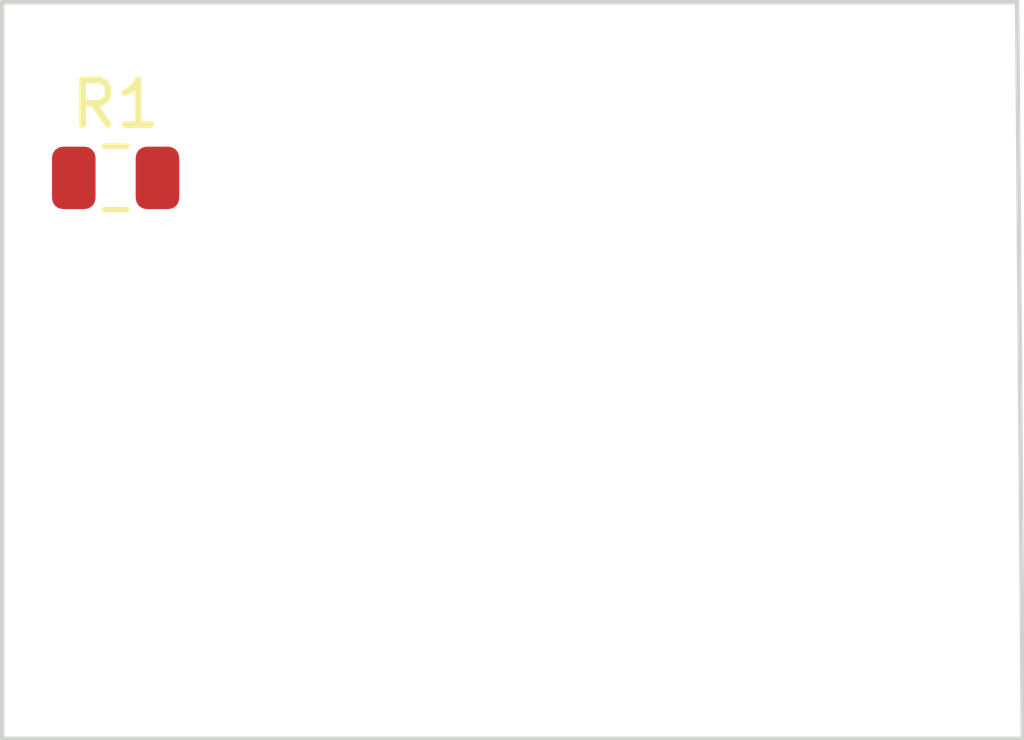
<source format=kicad_pcb>
(kicad_pcb (version 20171130) (host pcbnew 5.1.6+dfsg1-1)

  (general
    (thickness 1.6)
    (drawings 4)
    (tracks 0)
    (zones 0)
    (modules 20)
    (nets 41)
  )

  (page A4)
  (title_block
    (comment 2 The_C2)
  )

  (layers
    (0 F.Cu signal)
    (31 B.Cu signal)
    (32 B.Adhes user)
    (33 F.Adhes user)
    (34 B.Paste user)
    (35 F.Paste user)
    (36 B.SilkS user)
    (37 F.SilkS user)
    (38 B.Mask user)
    (39 F.Mask user)
    (40 Dwgs.User user)
    (41 Cmts.User user)
    (42 Eco1.User user)
    (43 Eco2.User user)
    (44 Edge.Cuts user)
    (45 Margin user)
    (46 B.CrtYd user)
    (47 F.CrtYd user)
    (48 B.Fab user)
    (49 F.Fab user)
  )

  (setup
    (last_trace_width 0.25)
    (trace_clearance 0.2)
    (zone_clearance 0.508)
    (zone_45_only no)
    (trace_min 0.2)
    (via_size 0.8)
    (via_drill 0.4)
    (via_min_size 0.4)
    (via_min_drill 0.3)
    (uvia_size 0.3)
    (uvia_drill 0.1)
    (uvias_allowed no)
    (uvia_min_size 0.2)
    (uvia_min_drill 0.1)
    (edge_width 0.1)
    (segment_width 0.2)
    (pcb_text_width 0.3)
    (pcb_text_size 1.5 1.5)
    (mod_edge_width 0.15)
    (mod_text_size 1 1)
    (mod_text_width 0.15)
    (pad_size 1.524 1.524)
    (pad_drill 0.762)
    (pad_to_mask_clearance 0)
    (aux_axis_origin 0 0)
    (visible_elements FFFFFF7F)
    (pcbplotparams
      (layerselection 0x010fc_ffffffff)
      (usegerberextensions false)
      (usegerberattributes true)
      (usegerberadvancedattributes true)
      (creategerberjobfile true)
      (excludeedgelayer true)
      (linewidth 0.100000)
      (plotframeref false)
      (viasonmask false)
      (mode 1)
      (useauxorigin false)
      (hpglpennumber 1)
      (hpglpenspeed 20)
      (hpglpendiameter 15.000000)
      (psnegative false)
      (psa4output false)
      (plotreference true)
      (plotvalue true)
      (plotinvisibletext false)
      (padsonsilk false)
      (subtractmaskfromsilk false)
      (outputformat 1)
      (mirror false)
      (drillshape 1)
      (scaleselection 1)
      (outputdirectory ""))
  )

  (net 0 "")
  (net 1 "Net-(R1-Pad2)")
  (net 2 "Net-(R1-Pad1)")
  (net 3 "Net-(R2-Pad2)")
  (net 4 "Net-(R2-Pad1)")
  (net 5 "Net-(R3-Pad2)")
  (net 6 "Net-(R3-Pad1)")
  (net 7 "Net-(R4-Pad2)")
  (net 8 "Net-(R4-Pad1)")
  (net 9 "Net-(R5-Pad2)")
  (net 10 "Net-(R5-Pad1)")
  (net 11 "Net-(R6-Pad2)")
  (net 12 "Net-(R6-Pad1)")
  (net 13 "Net-(R7-Pad2)")
  (net 14 "Net-(R7-Pad1)")
  (net 15 "Net-(R8-Pad2)")
  (net 16 "Net-(R8-Pad1)")
  (net 17 "Net-(R9-Pad2)")
  (net 18 "Net-(R9-Pad1)")
  (net 19 "Net-(R10-Pad2)")
  (net 20 "Net-(R10-Pad1)")
  (net 21 "Net-(R11-Pad2)")
  (net 22 "Net-(R11-Pad1)")
  (net 23 "Net-(R12-Pad2)")
  (net 24 "Net-(R12-Pad1)")
  (net 25 "Net-(R13-Pad2)")
  (net 26 "Net-(R13-Pad1)")
  (net 27 "Net-(R14-Pad2)")
  (net 28 "Net-(R14-Pad1)")
  (net 29 "Net-(R15-Pad2)")
  (net 30 "Net-(R15-Pad1)")
  (net 31 "Net-(R16-Pad2)")
  (net 32 "Net-(R16-Pad1)")
  (net 33 "Net-(R17-Pad2)")
  (net 34 "Net-(R17-Pad1)")
  (net 35 "Net-(R18-Pad2)")
  (net 36 "Net-(R18-Pad1)")
  (net 37 "Net-(R19-Pad2)")
  (net 38 "Net-(R19-Pad1)")
  (net 39 "Net-(R20-Pad2)")
  (net 40 "Net-(R20-Pad1)")

  (net_class Default "Esta es la clase de red por defecto."
    (clearance 0.2)
    (trace_width 0.25)
    (via_dia 0.8)
    (via_drill 0.4)
    (uvia_dia 0.3)
    (uvia_drill 0.1)
    (add_net "Net-(R1-Pad1)")
    (add_net "Net-(R1-Pad2)")
    (add_net "Net-(R10-Pad1)")
    (add_net "Net-(R10-Pad2)")
    (add_net "Net-(R11-Pad1)")
    (add_net "Net-(R11-Pad2)")
    (add_net "Net-(R12-Pad1)")
    (add_net "Net-(R12-Pad2)")
    (add_net "Net-(R13-Pad1)")
    (add_net "Net-(R13-Pad2)")
    (add_net "Net-(R14-Pad1)")
    (add_net "Net-(R14-Pad2)")
    (add_net "Net-(R15-Pad1)")
    (add_net "Net-(R15-Pad2)")
    (add_net "Net-(R16-Pad1)")
    (add_net "Net-(R16-Pad2)")
    (add_net "Net-(R17-Pad1)")
    (add_net "Net-(R17-Pad2)")
    (add_net "Net-(R18-Pad1)")
    (add_net "Net-(R18-Pad2)")
    (add_net "Net-(R19-Pad1)")
    (add_net "Net-(R19-Pad2)")
    (add_net "Net-(R2-Pad1)")
    (add_net "Net-(R2-Pad2)")
    (add_net "Net-(R20-Pad1)")
    (add_net "Net-(R20-Pad2)")
    (add_net "Net-(R3-Pad1)")
    (add_net "Net-(R3-Pad2)")
    (add_net "Net-(R4-Pad1)")
    (add_net "Net-(R4-Pad2)")
    (add_net "Net-(R5-Pad1)")
    (add_net "Net-(R5-Pad2)")
    (add_net "Net-(R6-Pad1)")
    (add_net "Net-(R6-Pad2)")
    (add_net "Net-(R7-Pad1)")
    (add_net "Net-(R7-Pad2)")
    (add_net "Net-(R8-Pad1)")
    (add_net "Net-(R8-Pad2)")
    (add_net "Net-(R9-Pad1)")
    (add_net "Net-(R9-Pad2)")
  )

  (module Resistor_SMD:R_0805_2012Metric (layer F.Cu) (tedit 5B36C52B) (tstamp 5F53B1AE)
    (at 127 89.027)
    (descr "Resistor SMD 0805 (2012 Metric), square (rectangular) end terminal, IPC_7351 nominal, (Body size source: https://docs.google.com/spreadsheets/d/1BsfQQcO9C6DZCsRaXUlFlo91Tg2WpOkGARC1WS5S8t0/edit?usp=sharing), generated with kicad-footprint-generator")
    (tags resistor)
    (path /5E6A2873)
    (attr smd)
    (fp_text reference R1 (at 0 -1.65) (layer F.SilkS)
      (effects (font (size 1 1) (thickness 0.15)))
    )
    (fp_text value 10K (at 0 1.65) (layer F.Fab)
      (effects (font (size 1 1) (thickness 0.15)))
    )
    (fp_text user %R (at 0 0) (layer F.Fab)
      (effects (font (size 0.5 0.5) (thickness 0.08)))
    )
    (fp_line (start -1 0.6) (end -1 -0.6) (layer F.Fab) (width 0.1))
    (fp_line (start -1 -0.6) (end 1 -0.6) (layer F.Fab) (width 0.1))
    (fp_line (start 1 -0.6) (end 1 0.6) (layer F.Fab) (width 0.1))
    (fp_line (start 1 0.6) (end -1 0.6) (layer F.Fab) (width 0.1))
    (fp_line (start -0.258578 -0.71) (end 0.258578 -0.71) (layer F.SilkS) (width 0.12))
    (fp_line (start -0.258578 0.71) (end 0.258578 0.71) (layer F.SilkS) (width 0.12))
    (fp_line (start -1.68 0.95) (end -1.68 -0.95) (layer F.CrtYd) (width 0.05))
    (fp_line (start -1.68 -0.95) (end 1.68 -0.95) (layer F.CrtYd) (width 0.05))
    (fp_line (start 1.68 -0.95) (end 1.68 0.95) (layer F.CrtYd) (width 0.05))
    (fp_line (start 1.68 0.95) (end -1.68 0.95) (layer F.CrtYd) (width 0.05))
    (pad 2 smd roundrect (at 0.9375 0) (size 0.975 1.4) (layers F.Cu F.Paste F.Mask) (roundrect_rratio 0.25)
      (net 1 "Net-(R1-Pad2)"))
    (pad 1 smd roundrect (at -0.9375 0) (size 0.975 1.4) (layers F.Cu F.Paste F.Mask) (roundrect_rratio 0.25)
      (net 2 "Net-(R1-Pad1)"))
    (model ${KISYS3DMOD}/Resistor_SMD.3dshapes/R_0805_2012Metric.wrl
      (at (xyz 0 0 0))
      (scale (xyz 1 1 1))
      (rotate (xyz 0 0 0))
    )
    (model "${KIPRJMOD}/../../data/R_0805_2012Metric.wrl"
      (offset (xyz 0 0 0))
      (scale (xyz 1 1 1))
      (rotate (xyz 0 0 0))
    )
  )

  (gr_line (start 124.46 85.09) (end 124.46 101.6) (layer Edge.Cuts) (width 0.1) (tstamp 5F53B433))
  (gr_line (start 147.193 85.09) (end 124.46 85.09) (layer Edge.Cuts) (width 0.1))
  (gr_line (start 147.32 101.6) (end 147.193 85.09) (layer Edge.Cuts) (width 0.1))
  (gr_line (start 124.46 101.6) (end 147.32 101.6) (layer Edge.Cuts) (width 0.1))

)

</source>
